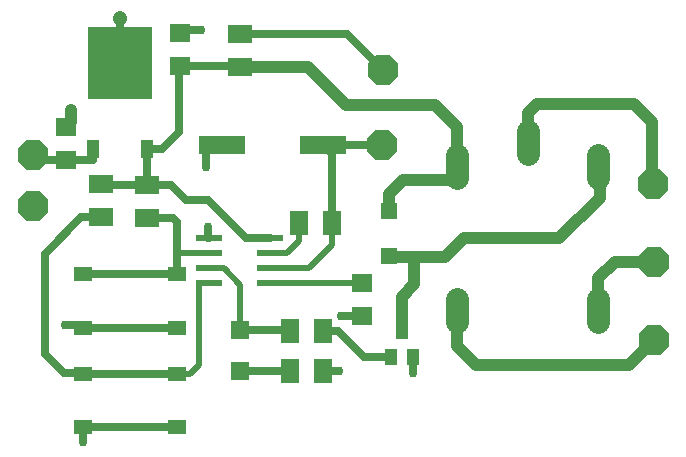
<source format=gbr>
G04 EAGLE Gerber RS-274X export*
G75*
%MOMM*%
%FSLAX34Y34*%
%LPD*%
%INTop Copper*%
%IPPOS*%
%AMOC8*
5,1,8,0,0,1.08239X$1,22.5*%
G01*
%ADD10R,1.800000X1.600000*%
%ADD11R,3.900000X1.600000*%
%ADD12R,1.400000X1.400000*%
%ADD13R,5.400000X6.200000*%
%ADD14R,1.000000X1.600000*%
%ADD15R,2.200000X0.600000*%
%ADD16C,1.981200*%
%ADD17R,1.500000X1.500000*%
%ADD18P,2.749271X8X22.500000*%
%ADD19R,2.000000X1.600000*%
%ADD20R,1.600000X2.000000*%
%ADD21R,1.550000X1.300000*%
%ADD22R,1.000000X1.400000*%
%ADD23C,1.016000*%
%ADD24C,0.635000*%
%ADD25C,0.152400*%
%ADD26C,1.143000*%
%ADD27C,0.508000*%
%ADD28C,0.304800*%
%ADD29C,1.524000*%
%ADD30C,0.756400*%


D10*
X73660Y260828D03*
X73660Y288828D03*
X169418Y340076D03*
X169418Y368076D03*
X324104Y156494D03*
X324104Y128494D03*
D11*
X205658Y273304D03*
X290658Y273304D03*
D12*
X346742Y217184D03*
X346742Y179184D03*
D13*
X118872Y342754D03*
D14*
X96072Y269754D03*
X141672Y269754D03*
D15*
X193964Y181864D03*
X245964Y181864D03*
X193964Y194564D03*
X193964Y169164D03*
X193964Y156464D03*
X245964Y194564D03*
X245964Y169164D03*
X245964Y156464D03*
D16*
X464058Y265430D02*
X464058Y285242D01*
X404368Y264922D02*
X404368Y245110D01*
X523748Y245110D02*
X523748Y264922D01*
X523748Y143002D02*
X523748Y123190D01*
X404368Y123190D02*
X404368Y143002D01*
D17*
X220726Y81814D03*
X220726Y116814D03*
D18*
X570484Y240538D03*
X570738Y108458D03*
X570738Y174498D03*
X341471Y336614D03*
X341122Y273304D03*
D19*
X141478Y211806D03*
X141478Y239806D03*
X103124Y212060D03*
X103124Y240060D03*
D20*
X270226Y207010D03*
X298226Y207010D03*
D19*
X220726Y367314D03*
X220726Y339314D03*
D20*
X290606Y82296D03*
X262606Y82296D03*
X262606Y115570D03*
X290606Y115570D03*
D21*
X167258Y118724D03*
X87758Y118724D03*
X167258Y163724D03*
X87758Y163724D03*
X167512Y34396D03*
X88012Y34396D03*
X167512Y79396D03*
X88012Y79396D03*
D22*
X357632Y115648D03*
X367132Y93648D03*
X348132Y93648D03*
D18*
X44958Y264668D03*
X45720Y221234D03*
D23*
X48798Y260828D02*
X44958Y264668D01*
D24*
X48798Y260828D02*
X73660Y260828D01*
X96072Y260828D01*
X96072Y269754D01*
X154880Y269754D02*
X169164Y284038D01*
X154880Y269754D02*
X141672Y269754D01*
X169164Y284038D02*
X169164Y339822D01*
X169418Y340076D01*
D23*
X220726Y339314D02*
X277970Y339314D01*
X310452Y306832D01*
D24*
X245964Y194564D02*
X225328Y194564D01*
X193294Y226598D01*
X174498Y226598D01*
X162052Y239044D01*
X169418Y340076D02*
X220726Y340076D01*
D25*
X220726Y339314D01*
D23*
X346742Y232188D02*
X358394Y243840D01*
X346742Y232188D02*
X346742Y217184D01*
X358394Y243840D02*
X403352Y243840D01*
X404368Y244856D02*
X404368Y255016D01*
D26*
X404368Y244856D02*
X403352Y243840D01*
D23*
X385826Y306832D02*
X310452Y306832D01*
X404368Y288290D02*
X404368Y255016D01*
X404368Y288290D02*
X385826Y306832D01*
D24*
X141672Y269754D02*
X141478Y269560D01*
X141478Y239806D01*
D25*
X161290Y239806D02*
X162052Y239044D01*
D24*
X161290Y239806D02*
X141478Y239806D01*
X103378Y239806D01*
D26*
X103124Y240060D01*
D24*
X87758Y163724D02*
X167258Y163724D01*
D27*
X167258Y182012D01*
X193816Y182012D02*
X193964Y181864D01*
X193816Y182012D02*
X167258Y182012D01*
D24*
X163830Y211044D02*
X142240Y211044D01*
X141478Y211806D01*
X167004Y207870D02*
X167004Y163978D01*
X167258Y163724D01*
X167004Y207870D02*
X163830Y211044D01*
X167512Y79396D02*
X88012Y79396D01*
X86360Y212060D02*
X103124Y212060D01*
X86360Y212060D02*
X55118Y180818D01*
X55118Y96288D01*
D27*
X185674Y156464D02*
X193964Y156464D01*
X185674Y156464D02*
X185674Y86636D01*
X178434Y79396D01*
X167512Y79396D01*
D24*
X71502Y79904D02*
X55118Y96288D01*
X87504Y79904D02*
X88012Y79396D01*
X87504Y79904D02*
X71502Y79904D01*
D27*
X245964Y156464D02*
X324104Y156464D01*
D24*
X324104Y156494D01*
D27*
X260688Y182039D02*
X251631Y182039D01*
X251456Y181864D01*
X245964Y181864D01*
X260688Y182039D02*
X270226Y191577D01*
X270226Y207010D01*
X278668Y169209D02*
X246009Y169209D01*
D28*
X245964Y169164D01*
D27*
X278668Y169209D02*
X298226Y188767D01*
X298226Y207010D01*
D24*
X290658Y273304D02*
X340106Y273304D01*
X341122Y273304D01*
X298226Y265736D02*
X290658Y273304D01*
X298226Y265736D02*
X298226Y207010D01*
X310771Y367314D02*
X220726Y367314D01*
X310771Y367314D02*
X341471Y336614D01*
D27*
X206664Y169164D02*
X193964Y169164D01*
X206664Y169164D02*
X220726Y155102D01*
X220726Y116814D01*
D24*
X261362Y116814D01*
D25*
X262606Y115570D01*
D26*
X262606Y82296D02*
X262124Y81814D01*
D24*
X220726Y81814D01*
X290606Y115570D02*
X303530Y115570D01*
X325452Y93648D02*
X348132Y93648D01*
X325452Y93648D02*
X303530Y115570D01*
D25*
X523748Y255016D02*
X525082Y253683D01*
D23*
X368300Y178422D02*
X347504Y178422D01*
X346742Y179184D01*
X368300Y178422D02*
X368300Y155526D01*
X357632Y144858D01*
X357632Y115648D01*
X490842Y194170D02*
X525082Y228410D01*
X394494Y178422D02*
X368300Y178422D01*
X394494Y178422D02*
X410242Y194170D01*
X490842Y194170D01*
X525082Y228410D02*
X525082Y253683D01*
X554228Y308356D02*
X471932Y308356D01*
X464058Y300482D02*
X464058Y275336D01*
X464058Y300482D02*
X471932Y308356D01*
X554228Y308356D02*
X569722Y292862D01*
X569722Y241300D01*
D29*
X570484Y240538D01*
D23*
X537972Y174498D02*
X523748Y160274D01*
X523748Y133096D01*
X537972Y174498D02*
X570738Y174498D01*
X420116Y87376D02*
X404368Y103124D01*
X404368Y133096D01*
X549656Y87376D02*
X570738Y108458D01*
X549656Y87376D02*
X420116Y87376D01*
D30*
X77216Y302768D03*
X187960Y370332D03*
D23*
X77216Y302768D02*
X77216Y292384D01*
X73660Y288828D01*
D28*
X169418Y368076D02*
X171674Y370332D01*
D24*
X187960Y370332D01*
D30*
X191516Y254508D03*
X193802Y203454D03*
D24*
X193802Y194726D01*
X193964Y194564D01*
X167258Y118724D02*
X87758Y118724D01*
D30*
X72390Y120650D03*
D24*
X85832Y120650D02*
X87758Y118724D01*
X85832Y120650D02*
X72390Y120650D01*
X88012Y34396D02*
X167512Y34396D01*
D30*
X304292Y82296D03*
D24*
X290606Y82296D01*
D30*
X306324Y128270D03*
D24*
X323880Y128270D02*
X324104Y128494D01*
X323880Y128270D02*
X306324Y128270D01*
D30*
X118618Y381000D03*
D24*
X118872Y380238D02*
X118872Y342754D01*
D26*
X118618Y380492D02*
X118618Y381000D01*
X118618Y380492D02*
X118872Y380238D01*
D30*
X366776Y80518D03*
D24*
X366776Y93292D01*
X367132Y93648D01*
X191516Y254508D02*
X191516Y274320D01*
X193294Y272542D01*
X194056Y273304D01*
X205658Y273304D01*
D30*
X87884Y22098D03*
D24*
X88012Y22226D02*
X88012Y34396D01*
X88012Y22226D02*
X87884Y22098D01*
M02*

</source>
